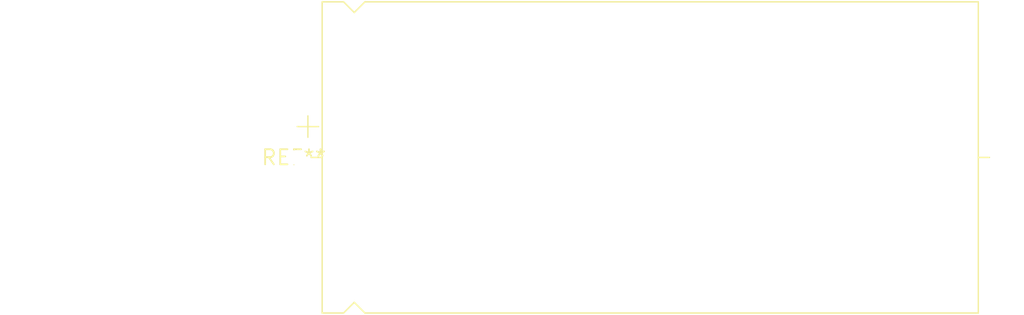
<source format=kicad_pcb>
(kicad_pcb (version 20240108) (generator pcbnew)
  (layers (0 "F.Cu" signal) (31 "B.Cu" signal) (34 "B.Paste" user) (35 "F.Paste" user) (36 "B.SilkS" user "B.Silkscreen") (37 "F.SilkS" user "F.Silkscreen") (38 "B.Mask" user) (39 "F.Mask" user) (44 "Edge.Cuts" user))
  (net 0 "")
  (footprint "CP_Axial_L55.0mm_D26.0mm_P60.00mm_Horizontal" (layer "F.Cu") (at 0 0)
    (property "Reference" "REF**")
    (property "Value" "CP_Axial_L55.0mm_D26.0mm_P60.00mm_Horizontal")
    (fp_line (start 0.28 -2.6) (end 2.08 -2.6) (layer "F.SilkS") (stroke (width 0.12)))
    (fp_line (start 1.18 -3.5) (end 1.18 -1.7) (layer "F.SilkS") (stroke (width 0.12)))
    (fp_line (start 1.44 0) (end 2.38 0) (layer "F.SilkS") (stroke (width 0.12)))
    (fp_line (start 2.38 -13.12) (end 2.38 13.12) (layer "F.SilkS") (stroke (width 0.12)))
    (fp_line (start 2.38 -13.12) (end 4.18 -13.12) (layer "F.SilkS") (stroke (width 0.12)))
    (fp_line (start 2.38 13.12) (end 4.18 13.12) (layer "F.SilkS") (stroke (width 0.12)))
    (fp_line (start 4.18 -13.12) (end 5.08 -12.22) (layer "F.SilkS") (stroke (width 0.12)))
    (fp_line (start 4.18 13.12) (end 5.08 12.22) (layer "F.SilkS") (stroke (width 0.12)))
    (fp_line (start 5.08 -12.22) (end 5.98 -13.12) (layer "F.SilkS") (stroke (width 0.12)))
    (fp_line (start 5.08 12.22) (end 5.98 13.12) (layer "F.SilkS") (stroke (width 0.12)))
    (fp_line (start 5.98 -13.12) (end 57.62 -13.12) (layer "F.SilkS") (stroke (width 0.12)))
    (fp_line (start 5.98 13.12) (end 57.62 13.12) (layer "F.SilkS") (stroke (width 0.12)))
    (fp_line (start 57.62 -13.12) (end 57.62 13.12) (layer "F.SilkS") (stroke (width 0.12)))
    (fp_line (start 58.56 0) (end 57.62 0) (layer "F.SilkS") (stroke (width 0.12)))
    (pad "1" thru_hole rect (at 0 0) (size 2.4 2.4) (drill 1.2) (layers *.Cu *.Mask) (remove_unused_layers))
    (pad "2" thru_hole oval (at 60 0) (size 2.4 2.4) (drill 1.2) (layers *.Cu *.Mask) (remove_unused_layers))
  )
)
</source>
